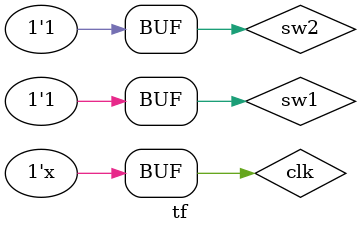
<source format=v>
`timescale 1ns/1ns

module tf();

// DATE:     15:24:59 02/10/2011 
// MODULE:   testcounter
// DESIGN:   testcounter
// FILENAME: tf.v
// PROJECT:  TEST_CIRCUIT
// VERSION:  


// Inputs
    reg clk;
    reg sw1;
    reg sw2;


// Outputs
    wire teststart;
    wire teststop;
    wire [6:0] led;


// Bidirs


// Instantiate the UUT
    testcounter uut (
        .clk(clk), 
        .sw1(sw1), 
        .sw2(sw2), 
        .teststart(teststart), 
        .teststop(teststop), 
        .led(led)
        );


// Initialize Inputs
   

        initial begin
            clk = 0;
            sw1 = 1;
            sw2 = 1;
	        #1000	sw2 = 0;
			  #100 sw2=1;

			  #600_1000	sw1 = 0;
			  #100 sw1=1;
        end

    

 always 
 #20 clk =~clk;
endmodule


</source>
